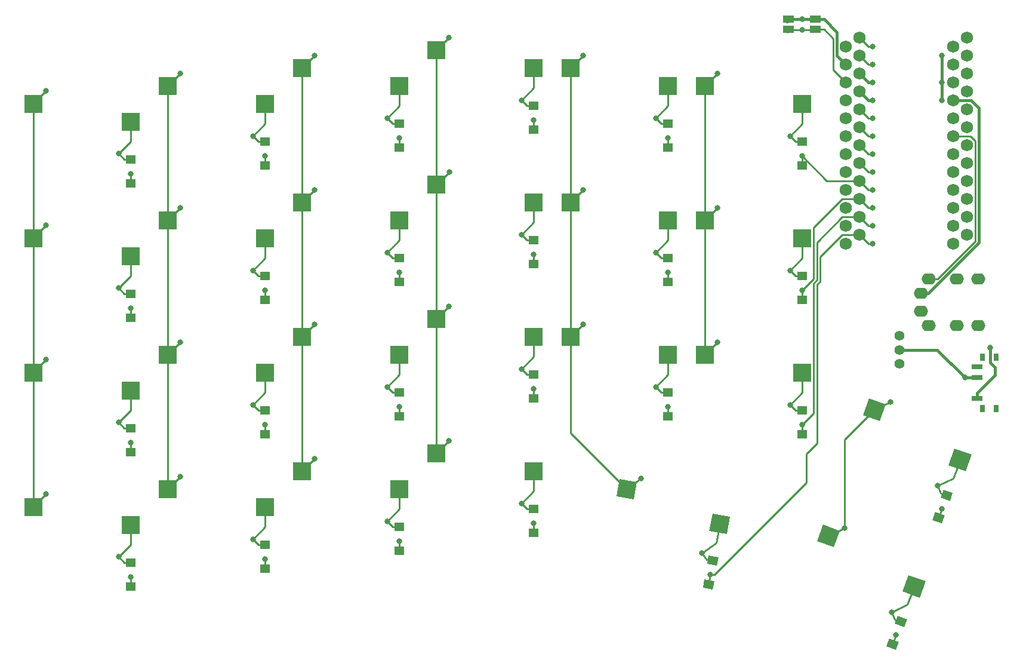
<source format=gbr>
%TF.GenerationSoftware,KiCad,Pcbnew,5.1.5+dfsg1-2build2*%
%TF.CreationDate,2020-09-11T22:42:26-05:00*%
%TF.ProjectId,keaboard_rev1,6b656162-6f61-4726-945f-726576312e6b,rev?*%
%TF.SameCoordinates,Original*%
%TF.FileFunction,Copper,L1,Top*%
%TF.FilePolarity,Positive*%
%FSLAX46Y46*%
G04 Gerber Fmt 4.6, Leading zero omitted, Abs format (unit mm)*
G04 Created by KiCad (PCBNEW 5.1.5+dfsg1-2build2) date 2020-09-11 22:42:26*
%MOMM*%
%LPD*%
G04 APERTURE LIST*
%TA.AperFunction,SMDPad,CuDef*%
%ADD10R,0.800000X1.000000*%
%TD*%
%TA.AperFunction,SMDPad,CuDef*%
%ADD11R,1.500000X0.700000*%
%TD*%
%TA.AperFunction,ComponentPad*%
%ADD12C,1.397000*%
%TD*%
%TA.AperFunction,SMDPad,CuDef*%
%ADD13R,2.550000X2.500000*%
%TD*%
%TA.AperFunction,SMDPad,CuDef*%
%ADD14C,0.100000*%
%TD*%
%TA.AperFunction,SMDPad,CuDef*%
%ADD15R,1.400000X1.200000*%
%TD*%
%TA.AperFunction,ComponentPad*%
%ADD16O,2.000000X1.600000*%
%TD*%
%TA.AperFunction,ComponentPad*%
%ADD17C,1.752600*%
%TD*%
%TA.AperFunction,ComponentPad*%
%ADD18C,0.900000*%
%TD*%
%TA.AperFunction,SMDPad,CuDef*%
%ADD19R,1.650000X1.050000*%
%TD*%
%TA.AperFunction,ViaPad*%
%ADD20C,0.800000*%
%TD*%
%TA.AperFunction,Conductor*%
%ADD21C,0.254000*%
%TD*%
%TA.AperFunction,Conductor*%
%ADD22C,0.381000*%
%TD*%
G04 APERTURE END LIST*
D10*
%TO.P,SW_PWR1,S4*%
%TO.N,N/C*%
X169088000Y-105951000D03*
%TO.P,SW_PWR1,S1*%
X169088000Y-113251000D03*
%TO.P,SW_PWR1,S3*%
X171018000Y-105951000D03*
%TO.P,SW_PWR1,S2*%
X171018000Y-113251000D03*
D11*
%TO.P,SW_PWR1,3*%
%TO.N,Net-(SW_PWR1-Pad3)*%
X168303000Y-107351000D03*
%TO.P,SW_PWR1,1*%
%TO.N,RAW*%
X168303000Y-111851000D03*
%TO.P,SW_PWR1,2*%
%TO.N,Net-(BAT1-Pad1)*%
X168303000Y-108851000D03*
%TD*%
D12*
%TO.P,BAT1,2*%
%TO.N,GND*%
X157353000Y-106934001D03*
%TO.P,BAT1,1*%
%TO.N,Net-(BAT1-Pad1)*%
X157353000Y-104934000D03*
%TO.P,BAT1,2*%
%TO.N,GND*%
X157353000Y-102933999D03*
%TD*%
D13*
%TO.P,K17,1*%
%TO.N,COL5*%
X110677000Y-65024000D03*
%TO.P,K17,2*%
%TO.N,Net-(D17-Pad2)*%
X124527000Y-67564000D03*
%TD*%
%TA.AperFunction,SMDPad,CuDef*%
D14*
%TO.P,D25,1*%
%TO.N,ROW4*%
G36*
X156826139Y-147455185D02*
G01*
X155510569Y-146976356D01*
X155920993Y-145848725D01*
X157236563Y-146327554D01*
X156826139Y-147455185D01*
G37*
%TD.AperFunction*%
%TA.AperFunction,SMDPad,CuDef*%
%TO.P,D25,2*%
%TO.N,Net-(D25-Pad2)*%
G36*
X157989007Y-144260231D02*
G01*
X156673437Y-143781402D01*
X157083861Y-142653771D01*
X158399431Y-143132600D01*
X157989007Y-144260231D01*
G37*
%TD.AperFunction*%
%TD*%
%TA.AperFunction,SMDPad,CuDef*%
%TO.P,D24,1*%
%TO.N,ROW3*%
G36*
X163341622Y-129554040D02*
G01*
X162026052Y-129075211D01*
X162436476Y-127947580D01*
X163752046Y-128426409D01*
X163341622Y-129554040D01*
G37*
%TD.AperFunction*%
%TA.AperFunction,SMDPad,CuDef*%
%TO.P,D24,2*%
%TO.N,Net-(D24-Pad2)*%
G36*
X164504490Y-126359086D02*
G01*
X163188920Y-125880257D01*
X163599344Y-124752626D01*
X164914914Y-125231455D01*
X164504490Y-126359086D01*
G37*
%TD.AperFunction*%
%TD*%
D15*
%TO.P,D23,1*%
%TO.N,ROW3*%
X143517000Y-116944000D03*
%TO.P,D23,2*%
%TO.N,Net-(D23-Pad2)*%
X143517000Y-113544000D03*
%TD*%
%TO.P,D22,1*%
%TO.N,ROW2*%
X143517000Y-97894000D03*
%TO.P,D22,2*%
%TO.N,Net-(D22-Pad2)*%
X143517000Y-94494000D03*
%TD*%
%TO.P,D21,1*%
%TO.N,ROW1*%
X143517000Y-78844000D03*
%TO.P,D21,2*%
%TO.N,Net-(D21-Pad2)*%
X143517000Y-75444000D03*
%TD*%
%TA.AperFunction,SMDPad,CuDef*%
D14*
%TO.P,D20,1*%
%TO.N,ROW4*%
G36*
X130851185Y-138886383D02*
G01*
X129472454Y-138643276D01*
X129680831Y-137461507D01*
X131059562Y-137704614D01*
X130851185Y-138886383D01*
G37*
%TD.AperFunction*%
%TA.AperFunction,SMDPad,CuDef*%
%TO.P,D20,2*%
%TO.N,Net-(D20-Pad2)*%
G36*
X131441589Y-135538037D02*
G01*
X130062858Y-135294930D01*
X130271235Y-134113161D01*
X131649966Y-134356268D01*
X131441589Y-135538037D01*
G37*
%TD.AperFunction*%
%TD*%
D15*
%TO.P,D19,1*%
%TO.N,ROW3*%
X124467000Y-114404000D03*
%TO.P,D19,2*%
%TO.N,Net-(D19-Pad2)*%
X124467000Y-111004000D03*
%TD*%
%TO.P,D18,1*%
%TO.N,ROW2*%
X124467000Y-95354000D03*
%TO.P,D18,2*%
%TO.N,Net-(D18-Pad2)*%
X124467000Y-91954000D03*
%TD*%
%TO.P,D17,1*%
%TO.N,ROW1*%
X124467000Y-76304000D03*
%TO.P,D17,2*%
%TO.N,Net-(D17-Pad2)*%
X124467000Y-72904000D03*
%TD*%
%TO.P,D16,1*%
%TO.N,ROW4*%
X105417000Y-130914000D03*
%TO.P,D16,2*%
%TO.N,Net-(D16-Pad2)*%
X105417000Y-127514000D03*
%TD*%
%TO.P,D15,1*%
%TO.N,ROW3*%
X105417000Y-111864000D03*
%TO.P,D15,2*%
%TO.N,Net-(D15-Pad2)*%
X105417000Y-108464000D03*
%TD*%
%TO.P,D14,1*%
%TO.N,ROW2*%
X105417000Y-92814000D03*
%TO.P,D14,2*%
%TO.N,Net-(D14-Pad2)*%
X105417000Y-89414000D03*
%TD*%
%TO.P,D13,1*%
%TO.N,ROW1*%
X105417000Y-73764000D03*
%TO.P,D13,2*%
%TO.N,Net-(D13-Pad2)*%
X105417000Y-70364000D03*
%TD*%
%TO.P,D12,1*%
%TO.N,ROW4*%
X86367000Y-133454000D03*
%TO.P,D12,2*%
%TO.N,Net-(D12-Pad2)*%
X86367000Y-130054000D03*
%TD*%
%TO.P,D11,1*%
%TO.N,ROW3*%
X86367000Y-114404000D03*
%TO.P,D11,2*%
%TO.N,Net-(D11-Pad2)*%
X86367000Y-111004000D03*
%TD*%
%TO.P,D10,1*%
%TO.N,ROW2*%
X86367000Y-95354000D03*
%TO.P,D10,2*%
%TO.N,Net-(D10-Pad2)*%
X86367000Y-91954000D03*
%TD*%
%TO.P,D09,1*%
%TO.N,ROW1*%
X86367000Y-76304000D03*
%TO.P,D09,2*%
%TO.N,Net-(D09-Pad2)*%
X86367000Y-72904000D03*
%TD*%
%TO.P,D08,1*%
%TO.N,ROW4*%
X67317000Y-135994000D03*
%TO.P,D08,2*%
%TO.N,Net-(D08-Pad2)*%
X67317000Y-132594000D03*
%TD*%
%TO.P,D07,1*%
%TO.N,ROW3*%
X67317000Y-116944000D03*
%TO.P,D07,2*%
%TO.N,Net-(D07-Pad2)*%
X67317000Y-113544000D03*
%TD*%
%TO.P,D06,1*%
%TO.N,ROW2*%
X67317000Y-97894000D03*
%TO.P,D06,2*%
%TO.N,Net-(D06-Pad2)*%
X67317000Y-94494000D03*
%TD*%
%TO.P,D05,1*%
%TO.N,ROW1*%
X67317000Y-78844000D03*
%TO.P,D05,2*%
%TO.N,Net-(D05-Pad2)*%
X67317000Y-75444000D03*
%TD*%
%TO.P,D04,1*%
%TO.N,ROW4*%
X48267000Y-138494000D03*
%TO.P,D04,2*%
%TO.N,Net-(D04-Pad2)*%
X48267000Y-135094000D03*
%TD*%
%TO.P,D03,1*%
%TO.N,ROW3*%
X48267000Y-119444000D03*
%TO.P,D03,2*%
%TO.N,Net-(D03-Pad2)*%
X48267000Y-116044000D03*
%TD*%
%TO.P,D02,1*%
%TO.N,ROW2*%
X48267000Y-100394000D03*
%TO.P,D02,2*%
%TO.N,Net-(D02-Pad2)*%
X48267000Y-96994000D03*
%TD*%
%TO.P,D01,2*%
%TO.N,Net-(D01-Pad2)*%
X48267000Y-77944000D03*
%TO.P,D01,1*%
%TO.N,ROW1*%
X48267000Y-81344000D03*
%TD*%
D16*
%TO.P,TRRS1,R1*%
%TO.N,Net-(TRRS1-PadR1)*%
X165504000Y-94853000D03*
%TO.P,TRRS1,S*%
%TO.N,GND*%
X160404000Y-99453000D03*
%TO.P,TRRS1,R2*%
%TO.N,VCC*%
X168504000Y-94853000D03*
%TO.P,TRRS1,T*%
%TO.N,SOFT_SERIAL_PIN*%
X161504000Y-94853000D03*
%TO.P,TRRS1,R1*%
%TO.N,Net-(TRRS1-PadR1)*%
X165504000Y-101503000D03*
%TO.P,TRRS1,R2*%
%TO.N,VCC*%
X168504000Y-101503000D03*
%TO.P,TRRS1,T*%
%TO.N,SOFT_SERIAL_PIN*%
X161504000Y-101503000D03*
%TO.P,TRRS1,S*%
%TO.N,GND*%
X160404000Y-96903000D03*
%TD*%
D13*
%TO.P,K05,1*%
%TO.N,COL2*%
X53527000Y-67564000D03*
%TO.P,K05,2*%
%TO.N,Net-(D05-Pad2)*%
X67377000Y-70104000D03*
%TD*%
%TO.P,K01,1*%
%TO.N,COL1*%
X34477000Y-70064000D03*
%TO.P,K01,2*%
%TO.N,Net-(D01-Pad2)*%
X48327000Y-72604000D03*
%TD*%
%TA.AperFunction,SMDPad,CuDef*%
D14*
%TO.P,K25,1*%
%TO.N,COL7*%
G36*
X148898825Y-130597225D02*
G01*
X148043775Y-132946456D01*
X145647559Y-132074305D01*
X146502609Y-129725074D01*
X148898825Y-130597225D01*
G37*
%TD.AperFunction*%
%TA.AperFunction,SMDPad,CuDef*%
%TO.P,K25,2*%
%TO.N,Net-(D25-Pad2)*%
G36*
X161044836Y-137721023D02*
G01*
X160189786Y-140070254D01*
X157793570Y-139198103D01*
X158648620Y-136848872D01*
X161044836Y-137721023D01*
G37*
%TD.AperFunction*%
%TD*%
%TA.AperFunction,SMDPad,CuDef*%
%TO.P,K24,1*%
%TO.N,COL7*%
G36*
X155414308Y-112696081D02*
G01*
X154559258Y-115045312D01*
X152163042Y-114173161D01*
X153018092Y-111823930D01*
X155414308Y-112696081D01*
G37*
%TD.AperFunction*%
%TA.AperFunction,SMDPad,CuDef*%
%TO.P,K24,2*%
%TO.N,Net-(D24-Pad2)*%
G36*
X167560319Y-119819879D02*
G01*
X166705269Y-122169110D01*
X164309053Y-121296959D01*
X165164103Y-118947728D01*
X167560319Y-119819879D01*
G37*
%TD.AperFunction*%
%TD*%
D13*
%TO.P,K23,1*%
%TO.N,COL6*%
X129727000Y-105664000D03*
%TO.P,K23,2*%
%TO.N,Net-(D23-Pad2)*%
X143577000Y-108204000D03*
%TD*%
%TO.P,K22,1*%
%TO.N,COL6*%
X129727000Y-86614000D03*
%TO.P,K22,2*%
%TO.N,Net-(D22-Pad2)*%
X143577000Y-89154000D03*
%TD*%
%TO.P,K21,1*%
%TO.N,COL6*%
X129727000Y-67564000D03*
%TO.P,K21,2*%
%TO.N,Net-(D21-Pad2)*%
X143577000Y-70104000D03*
%TD*%
%TA.AperFunction,SMDPad,CuDef*%
D14*
%TO.P,K20,1*%
%TO.N,COL5*%
G36*
X120116951Y-123661097D02*
G01*
X119682831Y-126123116D01*
X117171571Y-125680313D01*
X117605691Y-123218294D01*
X120116951Y-123661097D01*
G37*
%TD.AperFunction*%
%TA.AperFunction,SMDPad,CuDef*%
%TO.P,K20,2*%
%TO.N,Net-(D20-Pad2)*%
G36*
X133315472Y-128567536D02*
G01*
X132881352Y-131029555D01*
X130370092Y-130586752D01*
X130804212Y-128124733D01*
X133315472Y-128567536D01*
G37*
%TD.AperFunction*%
%TD*%
D13*
%TO.P,K19,1*%
%TO.N,COL5*%
X110677000Y-103124000D03*
%TO.P,K19,2*%
%TO.N,Net-(D19-Pad2)*%
X124527000Y-105664000D03*
%TD*%
%TO.P,K18,1*%
%TO.N,COL5*%
X110677000Y-84074000D03*
%TO.P,K18,2*%
%TO.N,Net-(D18-Pad2)*%
X124527000Y-86614000D03*
%TD*%
%TO.P,K16,1*%
%TO.N,COL4*%
X91627000Y-119634000D03*
%TO.P,K16,2*%
%TO.N,Net-(D16-Pad2)*%
X105477000Y-122174000D03*
%TD*%
%TO.P,K15,1*%
%TO.N,COL4*%
X91627000Y-100584000D03*
%TO.P,K15,2*%
%TO.N,Net-(D15-Pad2)*%
X105477000Y-103124000D03*
%TD*%
%TO.P,K14,1*%
%TO.N,COL4*%
X91627000Y-81534000D03*
%TO.P,K14,2*%
%TO.N,Net-(D14-Pad2)*%
X105477000Y-84074000D03*
%TD*%
%TO.P,K13,1*%
%TO.N,COL4*%
X91627000Y-62484000D03*
%TO.P,K13,2*%
%TO.N,Net-(D13-Pad2)*%
X105477000Y-65024000D03*
%TD*%
%TO.P,K12,1*%
%TO.N,COL3*%
X72577000Y-122174000D03*
%TO.P,K12,2*%
%TO.N,Net-(D12-Pad2)*%
X86427000Y-124714000D03*
%TD*%
%TO.P,K11,1*%
%TO.N,COL3*%
X72577000Y-103124000D03*
%TO.P,K11,2*%
%TO.N,Net-(D11-Pad2)*%
X86427000Y-105664000D03*
%TD*%
%TO.P,K10,1*%
%TO.N,COL3*%
X72577000Y-84074000D03*
%TO.P,K10,2*%
%TO.N,Net-(D10-Pad2)*%
X86427000Y-86614000D03*
%TD*%
%TO.P,K09,1*%
%TO.N,COL3*%
X72577000Y-65024000D03*
%TO.P,K09,2*%
%TO.N,Net-(D09-Pad2)*%
X86427000Y-67564000D03*
%TD*%
%TO.P,K08,1*%
%TO.N,COL2*%
X53527000Y-124714000D03*
%TO.P,K08,2*%
%TO.N,Net-(D08-Pad2)*%
X67377000Y-127254000D03*
%TD*%
%TO.P,K07,1*%
%TO.N,COL2*%
X53527000Y-105664000D03*
%TO.P,K07,2*%
%TO.N,Net-(D07-Pad2)*%
X67377000Y-108204000D03*
%TD*%
%TO.P,K06,1*%
%TO.N,COL2*%
X53527000Y-86614000D03*
%TO.P,K06,2*%
%TO.N,Net-(D06-Pad2)*%
X67377000Y-89154000D03*
%TD*%
%TO.P,K04,1*%
%TO.N,COL1*%
X34477000Y-127214000D03*
%TO.P,K04,2*%
%TO.N,Net-(D04-Pad2)*%
X48327000Y-129754000D03*
%TD*%
%TO.P,K03,1*%
%TO.N,COL1*%
X34477000Y-108164000D03*
%TO.P,K03,2*%
%TO.N,Net-(D03-Pad2)*%
X48327000Y-110704000D03*
%TD*%
%TO.P,K02,1*%
%TO.N,COL1*%
X34477000Y-89114000D03*
%TO.P,K02,2*%
%TO.N,Net-(D02-Pad2)*%
X48327000Y-91654000D03*
%TD*%
D17*
%TO.P,U1,24*%
%TO.N,RAW*%
X166878000Y-60706000D03*
%TO.P,U1,12*%
%TO.N,ROW4*%
X151638000Y-88646000D03*
%TO.P,U1,23*%
%TO.N,GND*%
X166878000Y-63246000D03*
%TO.P,U1,22*%
%TO.N,RESET*%
X166878000Y-65786000D03*
%TO.P,U1,21*%
%TO.N,VCC*%
X166878000Y-68326000D03*
%TO.P,U1,20*%
%TO.N,Net-(U1-Pad20)*%
X166878000Y-70866000D03*
%TO.P,U1,19*%
%TO.N,COL1*%
X166878000Y-73406000D03*
%TO.P,U1,18*%
%TO.N,COL2*%
X166878000Y-75946000D03*
%TO.P,U1,17*%
%TO.N,COL3*%
X166878000Y-78486000D03*
%TO.P,U1,16*%
%TO.N,COL4*%
X166878000Y-81026000D03*
%TO.P,U1,15*%
%TO.N,COL5*%
X166878000Y-83566000D03*
%TO.P,U1,14*%
%TO.N,COL6*%
X166878000Y-86106000D03*
%TO.P,U1,13*%
%TO.N,COL7*%
X166878000Y-88646000D03*
%TO.P,U1,11*%
%TO.N,ROW3*%
X151638000Y-86106000D03*
%TO.P,U1,10*%
%TO.N,ROW2*%
X151638000Y-83566000D03*
%TO.P,U1,9*%
%TO.N,ROW1*%
X151638000Y-81026000D03*
%TO.P,U1,8*%
%TO.N,Net-(U1-Pad8)*%
X151638000Y-78486000D03*
%TO.P,U1,7*%
%TO.N,Net-(U1-Pad7)*%
X151638000Y-75946000D03*
%TO.P,U1,6*%
%TO.N,SOFT_SERIAL_PIN*%
X151638000Y-73406000D03*
%TO.P,U1,5*%
%TO.N,Net-(U1-Pad5)*%
X151638000Y-70866000D03*
%TO.P,U1,4*%
%TO.N,GND*%
X151638000Y-68326000D03*
%TO.P,U1,3*%
X151638000Y-65786000D03*
%TO.P,U1,2*%
%TO.N,Net-(U1-Pad2)*%
X151638000Y-63246000D03*
%TO.P,U1,1*%
%TO.N,Net-(U1-Pad1)*%
X151638000Y-60706000D03*
%TO.P,U1,8*%
%TO.N,Net-(U1-Pad8)*%
X164978000Y-79766000D03*
%TO.P,U1,9*%
%TO.N,ROW1*%
X164978000Y-82306000D03*
%TO.P,U1,7*%
%TO.N,Net-(U1-Pad7)*%
X164978000Y-77226000D03*
%TO.P,U1,1*%
%TO.N,Net-(U1-Pad1)*%
X164978000Y-61986000D03*
%TO.P,U1,6*%
%TO.N,SOFT_SERIAL_PIN*%
X164978000Y-74686000D03*
%TO.P,U1,11*%
%TO.N,ROW3*%
X164978000Y-87386000D03*
%TO.P,U1,10*%
%TO.N,ROW2*%
X164978000Y-84846000D03*
%TO.P,U1,16*%
%TO.N,COL4*%
X149738000Y-82306000D03*
%TO.P,U1,17*%
%TO.N,COL3*%
X149738000Y-79766000D03*
%TO.P,U1,18*%
%TO.N,COL2*%
X149738000Y-77226000D03*
%TO.P,U1,13*%
%TO.N,COL7*%
X149738000Y-89926000D03*
%TO.P,U1,14*%
%TO.N,COL6*%
X149738000Y-87386000D03*
%TO.P,U1,15*%
%TO.N,COL5*%
X149738000Y-84846000D03*
%TO.P,U1,4*%
%TO.N,GND*%
X164978000Y-69606000D03*
%TO.P,U1,5*%
%TO.N,Net-(U1-Pad5)*%
X164978000Y-72146000D03*
%TO.P,U1,3*%
%TO.N,GND*%
X164978000Y-67066000D03*
%TO.P,U1,24*%
%TO.N,RAW*%
X149738000Y-61986000D03*
%TO.P,U1,12*%
%TO.N,ROW4*%
X164978000Y-89926000D03*
%TO.P,U1,23*%
%TO.N,GND*%
X149738000Y-64526000D03*
%TO.P,U1,22*%
%TO.N,RESET*%
X149738000Y-67066000D03*
%TO.P,U1,21*%
%TO.N,VCC*%
X149738000Y-69606000D03*
%TO.P,U1,19*%
%TO.N,COL1*%
X149738000Y-74686000D03*
%TO.P,U1,20*%
%TO.N,Net-(U1-Pad20)*%
X149738000Y-72146000D03*
%TO.P,U1,2*%
%TO.N,Net-(U1-Pad2)*%
X164978000Y-64526000D03*
%TD*%
D18*
%TO.P,SW_RST1,2*%
%TO.N,GND*%
X141485000Y-58001000D03*
%TO.P,SW_RST1,1*%
X145535000Y-58001000D03*
D19*
%TO.P,SW_RST1,2*%
X141585000Y-58076000D03*
%TO.P,SW_RST1,1*%
X145435000Y-58076000D03*
%TO.P,SW_RST1,4*%
%TO.N,RESET*%
X141585000Y-59526000D03*
%TO.P,SW_RST1,3*%
X145435000Y-59526000D03*
%TD*%
D20*
%TO.N,Net-(D01-Pad2)*%
X46567000Y-77144000D03*
%TO.N,ROW1*%
X153533000Y-82306000D03*
X143520000Y-77470000D03*
X124470000Y-74930000D03*
X48260000Y-79970000D03*
X86370000Y-74930000D03*
X67320000Y-77470000D03*
X105420000Y-72390000D03*
%TO.N,ROW2*%
X153533000Y-84846000D03*
X105430000Y-91440000D03*
X48270000Y-99020000D03*
X143530000Y-96520000D03*
X67330000Y-96520000D03*
X124480000Y-93980000D03*
X86380000Y-93980000D03*
%TO.N,ROW3*%
X153533000Y-87386000D03*
X163371201Y-127464119D03*
X105430000Y-110490000D03*
X48270000Y-118070000D03*
X143530000Y-115570000D03*
X67330000Y-115570000D03*
X124480000Y-113030000D03*
X86380000Y-113030000D03*
%TO.N,ROW4*%
X153533000Y-89926000D03*
X105430000Y-129540000D03*
X48270000Y-137120000D03*
X67330000Y-134620000D03*
X86380000Y-132080000D03*
X130517404Y-136823076D03*
X156855717Y-145365264D03*
%TO.N,COL1*%
X36244001Y-125386999D03*
X36244001Y-106336999D03*
X36244001Y-87286999D03*
X36244001Y-68236999D03*
%TO.N,COL2*%
X55294001Y-122886999D03*
X55294001Y-103836999D03*
X55294001Y-84786999D03*
X55294001Y-65736999D03*
%TO.N,COL3*%
X74344001Y-120346999D03*
X74344001Y-101296999D03*
X74344001Y-82246999D03*
X74344001Y-63196999D03*
%TO.N,COL4*%
X93394001Y-117806999D03*
X93394001Y-98756999D03*
X93521001Y-79706999D03*
X93394001Y-60656999D03*
%TO.N,COL5*%
X120701673Y-123178297D03*
X112444001Y-101296999D03*
X112444001Y-82246999D03*
X112444001Y-63196999D03*
%TO.N,COL6*%
X131494001Y-103836999D03*
X131494001Y-84786999D03*
X131494001Y-65736999D03*
%TO.N,COL7*%
X156073984Y-112322151D03*
X149558500Y-130223295D03*
%TO.N,GND*%
X153533000Y-69606000D03*
X153533000Y-67066000D03*
X143510000Y-58039000D03*
X163312000Y-69606000D03*
X163312000Y-67066000D03*
X163315199Y-63252801D03*
%TO.N,Net-(U1-Pad2)*%
X153533000Y-64526000D03*
%TO.N,Net-(U1-Pad1)*%
X153533000Y-61986000D03*
%TO.N,Net-(U1-Pad7)*%
X153533000Y-77226000D03*
%TO.N,Net-(D02-Pad2)*%
X46567000Y-96194000D03*
%TO.N,Net-(D03-Pad2)*%
X46567000Y-115244000D03*
%TO.N,Net-(D04-Pad2)*%
X46567000Y-134294000D03*
%TO.N,Net-(D05-Pad2)*%
X65617000Y-74644000D03*
%TO.N,Net-(D06-Pad2)*%
X65617000Y-93694000D03*
%TO.N,Net-(D07-Pad2)*%
X65617000Y-112744000D03*
%TO.N,Net-(D08-Pad2)*%
X65617000Y-131794000D03*
%TO.N,Net-(D09-Pad2)*%
X84667000Y-72104000D03*
%TO.N,Net-(D10-Pad2)*%
X84667000Y-91154000D03*
%TO.N,Net-(D11-Pad2)*%
X84667000Y-110204000D03*
%TO.N,Net-(D12-Pad2)*%
X84667000Y-129254000D03*
%TO.N,Net-(D13-Pad2)*%
X103717000Y-69564000D03*
%TO.N,Net-(D14-Pad2)*%
X103717000Y-88614000D03*
%TO.N,Net-(D15-Pad2)*%
X103717000Y-107664000D03*
%TO.N,Net-(D16-Pad2)*%
X103717000Y-126714000D03*
%TO.N,Net-(D17-Pad2)*%
X122767000Y-72104000D03*
%TO.N,Net-(D18-Pad2)*%
X122767000Y-91154000D03*
%TO.N,Net-(D19-Pad2)*%
X122767000Y-110204000D03*
%TO.N,Net-(D20-Pad2)*%
X129321158Y-133742550D03*
%TO.N,Net-(D21-Pad2)*%
X141817000Y-74644000D03*
%TO.N,Net-(D22-Pad2)*%
X141817000Y-93694000D03*
%TO.N,Net-(D23-Pad2)*%
X141817000Y-112744000D03*
%TO.N,Net-(D24-Pad2)*%
X162728056Y-124222668D03*
%TO.N,Net-(D25-Pad2)*%
X156212572Y-142123812D03*
%TO.N,RESET*%
X143510000Y-59563000D03*
%TO.N,Net-(BAT1-Pad1)*%
X166612000Y-108851000D03*
%TO.N,RAW*%
X170227499Y-104600501D03*
%TO.N,SOFT_SERIAL_PIN*%
X153533000Y-74686000D03*
%TO.N,Net-(U1-Pad5)*%
X153533000Y-72146000D03*
%TO.N,Net-(U1-Pad8)*%
X153533000Y-79766000D03*
%TD*%
D21*
%TO.N,Net-(D01-Pad2)*%
X48327000Y-72604000D02*
X48327000Y-75384000D01*
X47367000Y-77944000D02*
X46567000Y-77144000D01*
X48267000Y-77944000D02*
X47367000Y-77944000D01*
X48327000Y-75384000D02*
X46567000Y-77144000D01*
X48327000Y-77884000D02*
X48267000Y-77944000D01*
%TO.N,ROW1*%
X152918000Y-82306000D02*
X151638000Y-81026000D01*
X153533000Y-82306000D02*
X152918000Y-82306000D01*
X143527000Y-78844000D02*
X143527000Y-77477000D01*
X124477000Y-76304000D02*
X124477000Y-74937000D01*
X105427000Y-73764000D02*
X105427000Y-72397000D01*
X86377000Y-76304000D02*
X86377000Y-74937000D01*
X67327000Y-78844000D02*
X67327000Y-77477000D01*
X48267000Y-79977000D02*
X48260000Y-79970000D01*
X48267000Y-81344000D02*
X48267000Y-79977000D01*
X151581301Y-80969301D02*
X151638000Y-81026000D01*
X147019301Y-80969301D02*
X151581301Y-80969301D01*
X143520000Y-77470000D02*
X147019301Y-80969301D01*
%TO.N,ROW2*%
X152918000Y-84846000D02*
X151638000Y-83566000D01*
X153533000Y-84846000D02*
X152918000Y-84846000D01*
X67337000Y-97894000D02*
X67337000Y-96527000D01*
X48277000Y-100394000D02*
X48277000Y-99027000D01*
X105437000Y-92814000D02*
X105437000Y-91447000D01*
X86387000Y-95354000D02*
X86387000Y-93987000D01*
X143537000Y-97894000D02*
X143537000Y-96527000D01*
X124487000Y-95354000D02*
X124487000Y-93987000D01*
X149237114Y-83566000D02*
X151638000Y-83566000D01*
X145179001Y-87624113D02*
X149237114Y-83566000D01*
X145179001Y-94870999D02*
X145179001Y-87624113D01*
X143530000Y-96520000D02*
X145179001Y-94870999D01*
%TO.N,ROW3*%
X152918000Y-87386000D02*
X151638000Y-86106000D01*
X153533000Y-87386000D02*
X152918000Y-87386000D01*
X162907843Y-128757651D02*
X163375384Y-127473091D01*
X67337000Y-116944000D02*
X67337000Y-115577000D01*
X48277000Y-119444000D02*
X48277000Y-118077000D01*
X105437000Y-111864000D02*
X105437000Y-110497000D01*
X86387000Y-114404000D02*
X86387000Y-113037000D01*
X143537000Y-116944000D02*
X143537000Y-115577000D01*
X124487000Y-114404000D02*
X124487000Y-113037000D01*
X145179001Y-95513065D02*
X145633011Y-95059056D01*
X145179001Y-113920999D02*
X145179001Y-95513065D01*
X143530000Y-115570000D02*
X145179001Y-113920999D01*
X149237114Y-86106000D02*
X151638000Y-86106000D01*
X145633011Y-89710103D02*
X149237114Y-86106000D01*
X145633011Y-95059056D02*
X145633011Y-89710103D01*
%TO.N,ROW4*%
X152918000Y-89926000D02*
X151638000Y-88646000D01*
X153533000Y-89926000D02*
X152918000Y-89926000D01*
X156392359Y-146658796D02*
X156859901Y-145374236D01*
X130285705Y-138177418D02*
X130523082Y-136831186D01*
X67337000Y-135994000D02*
X67337000Y-134627000D01*
X48277000Y-138494000D02*
X48277000Y-137127000D01*
X105437000Y-130914000D02*
X105437000Y-129547000D01*
X86387000Y-133454000D02*
X86387000Y-132087000D01*
X144124999Y-119711039D02*
X145633011Y-118203027D01*
X144124999Y-123781166D02*
X144124999Y-119711039D01*
X131083089Y-136823076D02*
X144124999Y-123781166D01*
X130517404Y-136823076D02*
X131083089Y-136823076D01*
X145633011Y-95701121D02*
X146087021Y-95247113D01*
X145633011Y-118203027D02*
X145633011Y-95701121D01*
X149237114Y-88646000D02*
X151638000Y-88646000D01*
X146087021Y-91796093D02*
X149237114Y-88646000D01*
X146087021Y-95247113D02*
X146087021Y-91796093D01*
%TO.N,COL1*%
X34477000Y-127154000D02*
X36244001Y-125386999D01*
X34477000Y-127214000D02*
X34477000Y-127154000D01*
X34477000Y-108104000D02*
X36244001Y-106336999D01*
X34477000Y-108164000D02*
X34477000Y-108104000D01*
X34477000Y-89054000D02*
X36244001Y-87286999D01*
X34477000Y-89114000D02*
X34477000Y-89054000D01*
X34477000Y-70064000D02*
X34477000Y-89114000D01*
X34477000Y-94727294D02*
X34477000Y-108164000D01*
X34477000Y-89114000D02*
X34477000Y-94727294D01*
X34477000Y-108164000D02*
X34477000Y-127214000D01*
X34477000Y-70004000D02*
X36244001Y-68236999D01*
X34477000Y-70064000D02*
X34477000Y-70004000D01*
%TO.N,COL2*%
X53527000Y-124654000D02*
X55294001Y-122886999D01*
X53527000Y-124714000D02*
X53527000Y-124654000D01*
X53527000Y-105604000D02*
X55294001Y-103836999D01*
X53527000Y-105664000D02*
X53527000Y-105604000D01*
X53527000Y-86554000D02*
X55294001Y-84786999D01*
X53527000Y-86614000D02*
X53527000Y-86554000D01*
X53527000Y-67504000D02*
X55294001Y-65736999D01*
X53527000Y-67564000D02*
X53527000Y-67504000D01*
X53527000Y-124714000D02*
X53527000Y-105664000D01*
X53527000Y-105664000D02*
X53527000Y-86614000D01*
X53527000Y-86614000D02*
X53527000Y-67564000D01*
%TO.N,COL3*%
X72577000Y-122114000D02*
X74344001Y-120346999D01*
X72577000Y-122174000D02*
X72577000Y-122114000D01*
X72577000Y-103064000D02*
X74344001Y-101296999D01*
X72577000Y-103124000D02*
X72577000Y-103064000D01*
X72577000Y-84014000D02*
X74344001Y-82246999D01*
X72577000Y-84074000D02*
X72577000Y-84014000D01*
X72577000Y-64964000D02*
X74344001Y-63196999D01*
X72577000Y-65024000D02*
X72577000Y-64964000D01*
X72577000Y-65024000D02*
X72577000Y-84074000D01*
X72577000Y-84074000D02*
X72577000Y-103124000D01*
X72577000Y-103124000D02*
X72577000Y-122174000D01*
%TO.N,COL4*%
X91627000Y-119574000D02*
X93394001Y-117806999D01*
X91627000Y-119634000D02*
X91627000Y-119574000D01*
X91627000Y-100524000D02*
X93394001Y-98756999D01*
X91627000Y-100584000D02*
X91627000Y-100524000D01*
X91754000Y-81474000D02*
X93521001Y-79706999D01*
X91754000Y-81534000D02*
X91754000Y-81474000D01*
X91627000Y-62424000D02*
X93394001Y-60656999D01*
X91627000Y-62484000D02*
X91627000Y-62424000D01*
X91627000Y-105130706D02*
X91627000Y-100584000D01*
X91627000Y-119634000D02*
X91627000Y-105130706D01*
X91627000Y-100584000D02*
X91627000Y-81534000D01*
X91627000Y-81534000D02*
X91627000Y-62484000D01*
%TO.N,COL5*%
X118654680Y-124611617D02*
X120701673Y-123178297D01*
X118644261Y-124670705D02*
X118654680Y-124611617D01*
X110677000Y-103064000D02*
X112444001Y-101296999D01*
X110677000Y-103124000D02*
X110677000Y-103064000D01*
X110677000Y-84014000D02*
X112444001Y-82246999D01*
X110677000Y-84074000D02*
X110677000Y-84014000D01*
X110677000Y-64964000D02*
X112444001Y-63196999D01*
X110677000Y-65024000D02*
X110677000Y-64964000D01*
X110677000Y-65024000D02*
X110677000Y-84074000D01*
X110677000Y-84074000D02*
X110677000Y-103124000D01*
X110677000Y-116703444D02*
X118644261Y-124670705D01*
X110677000Y-103124000D02*
X110677000Y-116703444D01*
%TO.N,COL6*%
X129727000Y-105604000D02*
X131494001Y-103836999D01*
X129727000Y-105664000D02*
X129727000Y-105604000D01*
X129727000Y-86554000D02*
X131494001Y-84786999D01*
X129727000Y-86614000D02*
X129727000Y-86554000D01*
X129727000Y-67504000D02*
X131494001Y-65736999D01*
X129727000Y-67564000D02*
X129727000Y-67504000D01*
X129727000Y-105664000D02*
X129727000Y-86614000D01*
X129727000Y-86614000D02*
X129727000Y-67564000D01*
%TO.N,COL7*%
X153809196Y-113378239D02*
X156073984Y-112322151D01*
X153788675Y-113434620D02*
X153809196Y-113378239D01*
X147293712Y-131279383D02*
X149558500Y-130223295D01*
X147273191Y-131335765D02*
X147293712Y-131279383D01*
X149558500Y-117664796D02*
X149558500Y-130223295D01*
X153788675Y-113434621D02*
X149558500Y-117664796D01*
D22*
%TO.N,GND*%
X152918000Y-67066000D02*
X151638000Y-65786000D01*
X153533000Y-67066000D02*
X152918000Y-67066000D01*
X152918000Y-69606000D02*
X151638000Y-68326000D01*
X153533000Y-69606000D02*
X152918000Y-69606000D01*
X141396000Y-58420000D02*
X141358000Y-58382000D01*
X143510000Y-58039000D02*
X141523000Y-58039000D01*
X145497000Y-58039000D02*
X145535000Y-58001000D01*
X143510000Y-58039000D02*
X145497000Y-58039000D01*
X148471199Y-63259199D02*
X149738000Y-64526000D01*
X148471199Y-59906199D02*
X148471199Y-63259199D01*
X146641000Y-58076000D02*
X148471199Y-59906199D01*
X145435000Y-58076000D02*
X146641000Y-58076000D01*
X163315199Y-67062801D02*
X163312000Y-67066000D01*
X163315199Y-63252801D02*
X163315199Y-67062801D01*
X163312000Y-67066000D02*
X163312000Y-69606000D01*
X167486065Y-69599199D02*
X168598811Y-70711945D01*
X166224076Y-69599199D02*
X167486065Y-69599199D01*
X166217275Y-69606000D02*
X166224076Y-69599199D01*
X164978000Y-69606000D02*
X166217275Y-69606000D01*
X161439869Y-96903000D02*
X160404000Y-96903000D01*
X168598811Y-89744058D02*
X161439869Y-96903000D01*
X168598811Y-70711945D02*
X168598811Y-89744058D01*
D21*
%TO.N,Net-(U1-Pad2)*%
X152918000Y-64526000D02*
X151638000Y-63246000D01*
X153533000Y-64526000D02*
X152918000Y-64526000D01*
%TO.N,Net-(U1-Pad1)*%
X152918000Y-61986000D02*
X151638000Y-60706000D01*
X153533000Y-61986000D02*
X152918000Y-61986000D01*
%TO.N,Net-(U1-Pad7)*%
X152918000Y-77226000D02*
X151638000Y-75946000D01*
X153533000Y-77226000D02*
X152918000Y-77226000D01*
%TO.N,Net-(D02-Pad2)*%
X48327000Y-91654000D02*
X48327000Y-94434000D01*
X47367000Y-96994000D02*
X46567000Y-96194000D01*
X48267000Y-96994000D02*
X47367000Y-96994000D01*
X48327000Y-94434000D02*
X46567000Y-96194000D01*
%TO.N,Net-(D03-Pad2)*%
X48327000Y-110704000D02*
X48327000Y-113484000D01*
X47367000Y-116044000D02*
X46567000Y-115244000D01*
X48267000Y-116044000D02*
X47367000Y-116044000D01*
X48327000Y-113484000D02*
X46567000Y-115244000D01*
%TO.N,Net-(D04-Pad2)*%
X48327000Y-129754000D02*
X48327000Y-132534000D01*
X47367000Y-135094000D02*
X46567000Y-134294000D01*
X48267000Y-135094000D02*
X47367000Y-135094000D01*
X48327000Y-132534000D02*
X46567000Y-134294000D01*
%TO.N,Net-(D05-Pad2)*%
X67377000Y-72884000D02*
X65617000Y-74644000D01*
X67377000Y-70104000D02*
X67377000Y-72884000D01*
X66417000Y-75444000D02*
X65617000Y-74644000D01*
X67317000Y-75444000D02*
X66417000Y-75444000D01*
%TO.N,Net-(D06-Pad2)*%
X67377000Y-89154000D02*
X67377000Y-91934000D01*
X66417000Y-94494000D02*
X65617000Y-93694000D01*
X67317000Y-94494000D02*
X66417000Y-94494000D01*
X67377000Y-91934000D02*
X65617000Y-93694000D01*
%TO.N,Net-(D07-Pad2)*%
X67377000Y-108204000D02*
X67377000Y-110984000D01*
X66417000Y-113544000D02*
X65617000Y-112744000D01*
X67317000Y-113544000D02*
X66417000Y-113544000D01*
X67377000Y-110984000D02*
X65617000Y-112744000D01*
%TO.N,Net-(D08-Pad2)*%
X67377000Y-127254000D02*
X67377000Y-130034000D01*
X66417000Y-132594000D02*
X65617000Y-131794000D01*
X67317000Y-132594000D02*
X66417000Y-132594000D01*
X67377000Y-130034000D02*
X65617000Y-131794000D01*
%TO.N,Net-(D09-Pad2)*%
X86427000Y-67564000D02*
X86427000Y-70344000D01*
X85467000Y-72904000D02*
X84667000Y-72104000D01*
X86367000Y-72904000D02*
X85467000Y-72904000D01*
X86427000Y-70344000D02*
X84667000Y-72104000D01*
%TO.N,Net-(D10-Pad2)*%
X86427000Y-86614000D02*
X86427000Y-89394000D01*
X85467000Y-91954000D02*
X84667000Y-91154000D01*
X86367000Y-91954000D02*
X85467000Y-91954000D01*
X86427000Y-89394000D02*
X84667000Y-91154000D01*
%TO.N,Net-(D11-Pad2)*%
X86427000Y-105664000D02*
X86427000Y-108444000D01*
X85467000Y-111004000D02*
X84667000Y-110204000D01*
X86367000Y-111004000D02*
X85467000Y-111004000D01*
X86427000Y-108444000D02*
X84667000Y-110204000D01*
%TO.N,Net-(D12-Pad2)*%
X86427000Y-124714000D02*
X86427000Y-127494000D01*
X85467000Y-130054000D02*
X84667000Y-129254000D01*
X86367000Y-130054000D02*
X85467000Y-130054000D01*
X86427000Y-127494000D02*
X84667000Y-129254000D01*
%TO.N,Net-(D13-Pad2)*%
X105477000Y-65024000D02*
X105477000Y-67804000D01*
X104517000Y-70364000D02*
X103717000Y-69564000D01*
X105417000Y-70364000D02*
X104517000Y-70364000D01*
X105477000Y-67804000D02*
X103717000Y-69564000D01*
%TO.N,Net-(D14-Pad2)*%
X105477000Y-84074000D02*
X105477000Y-86854000D01*
X104517000Y-89414000D02*
X103717000Y-88614000D01*
X105417000Y-89414000D02*
X104517000Y-89414000D01*
X105477000Y-86854000D02*
X103717000Y-88614000D01*
%TO.N,Net-(D15-Pad2)*%
X105477000Y-103124000D02*
X105477000Y-105904000D01*
X104517000Y-108464000D02*
X103717000Y-107664000D01*
X105417000Y-108464000D02*
X104517000Y-108464000D01*
X105477000Y-105904000D02*
X103717000Y-107664000D01*
%TO.N,Net-(D16-Pad2)*%
X105477000Y-122174000D02*
X105477000Y-124954000D01*
X104517000Y-127514000D02*
X103717000Y-126714000D01*
X105417000Y-127514000D02*
X104517000Y-127514000D01*
X105477000Y-124954000D02*
X103717000Y-126714000D01*
%TO.N,Net-(D17-Pad2)*%
X124527000Y-67564000D02*
X124527000Y-70344000D01*
X123567000Y-72904000D02*
X122767000Y-72104000D01*
X124467000Y-72904000D02*
X123567000Y-72904000D01*
X124527000Y-70344000D02*
X122767000Y-72104000D01*
%TO.N,Net-(D18-Pad2)*%
X124527000Y-86614000D02*
X124527000Y-89394000D01*
X123567000Y-91954000D02*
X122767000Y-91154000D01*
X124467000Y-91954000D02*
X123567000Y-91954000D01*
X124527000Y-89394000D02*
X122767000Y-91154000D01*
%TO.N,Net-(D19-Pad2)*%
X124527000Y-105664000D02*
X124527000Y-108444000D01*
X123567000Y-111004000D02*
X122767000Y-110204000D01*
X124467000Y-111004000D02*
X123567000Y-111004000D01*
X124527000Y-108444000D02*
X122767000Y-110204000D01*
%TO.N,Net-(D20-Pad2)*%
X131842782Y-129577144D02*
X131360040Y-132314910D01*
X129970085Y-134669315D02*
X129321158Y-133742550D01*
X130856412Y-134825599D02*
X129970085Y-134669315D01*
X131360040Y-132314910D02*
X129321158Y-133742550D01*
%TO.N,Net-(D21-Pad2)*%
X143577000Y-70104000D02*
X143577000Y-72884000D01*
X142617000Y-75444000D02*
X141817000Y-74644000D01*
X143517000Y-75444000D02*
X142617000Y-75444000D01*
X143577000Y-72884000D02*
X141817000Y-74644000D01*
%TO.N,Net-(D22-Pad2)*%
X143577000Y-89154000D02*
X143577000Y-91934000D01*
X142617000Y-94494000D02*
X141817000Y-93694000D01*
X143517000Y-94494000D02*
X142617000Y-94494000D01*
X143577000Y-91934000D02*
X141817000Y-93694000D01*
%TO.N,Net-(D23-Pad2)*%
X143577000Y-108204000D02*
X143577000Y-110984000D01*
X142617000Y-113544000D02*
X141817000Y-112744000D01*
X143517000Y-113544000D02*
X142617000Y-113544000D01*
X143577000Y-110984000D02*
X141817000Y-112744000D01*
%TO.N,Net-(D24-Pad2)*%
X165934687Y-120558419D02*
X164983871Y-123170764D01*
X163206194Y-125248038D02*
X162728056Y-124222668D01*
X164051918Y-125555856D02*
X163206194Y-125248038D01*
X164983871Y-123170764D02*
X162728056Y-124222668D01*
%TO.N,Net-(D25-Pad2)*%
X159419203Y-138459563D02*
X158468387Y-141071909D01*
X156690710Y-143149182D02*
X156212572Y-142123812D01*
X157536434Y-143457000D02*
X156690710Y-143149182D01*
X158468387Y-141071909D02*
X156212572Y-142123812D01*
%TO.N,RESET*%
X141495000Y-59944000D02*
X141458000Y-59907000D01*
X143510000Y-59563000D02*
X145398000Y-59563000D01*
X145398000Y-59563000D02*
X145435000Y-59526000D01*
X143510000Y-59563000D02*
X141622000Y-59563000D01*
X145435000Y-59526000D02*
X146646689Y-59526000D01*
X146646689Y-59526000D02*
X147953689Y-60833000D01*
X147953689Y-65281689D02*
X149738000Y-67066000D01*
X147953689Y-60833000D02*
X147953689Y-65281689D01*
D22*
%TO.N,Net-(BAT1-Pad1)*%
X166612000Y-108851000D02*
X168303000Y-108851000D01*
X162695000Y-104934000D02*
X166612000Y-108851000D01*
X157353000Y-104934000D02*
X162695000Y-104934000D01*
%TO.N,RAW*%
X170227499Y-106763401D02*
X170227499Y-104600501D01*
X170893501Y-107429403D02*
X170227499Y-106763401D01*
X170893501Y-108504441D02*
X170893501Y-107429403D01*
X168303000Y-111094942D02*
X170893501Y-108504441D01*
X168303000Y-111851000D02*
X168303000Y-111094942D01*
D21*
%TO.N,SOFT_SERIAL_PIN*%
X152918000Y-74686000D02*
X151638000Y-73406000D01*
X153533000Y-74686000D02*
X152918000Y-74686000D01*
X167398886Y-74686000D02*
X166217275Y-74686000D01*
X168081301Y-75368415D02*
X167398886Y-74686000D01*
X168081301Y-89529699D02*
X168081301Y-75368415D01*
X162758000Y-94853000D02*
X168081301Y-89529699D01*
X166217275Y-74686000D02*
X164978000Y-74686000D01*
X161504000Y-94853000D02*
X162758000Y-94853000D01*
%TO.N,Net-(U1-Pad5)*%
X152918000Y-72146000D02*
X151638000Y-70866000D01*
X153533000Y-72146000D02*
X152918000Y-72146000D01*
%TO.N,Net-(U1-Pad8)*%
X152918000Y-79766000D02*
X151638000Y-78486000D01*
X153533000Y-79766000D02*
X152918000Y-79766000D01*
%TD*%
M02*

</source>
